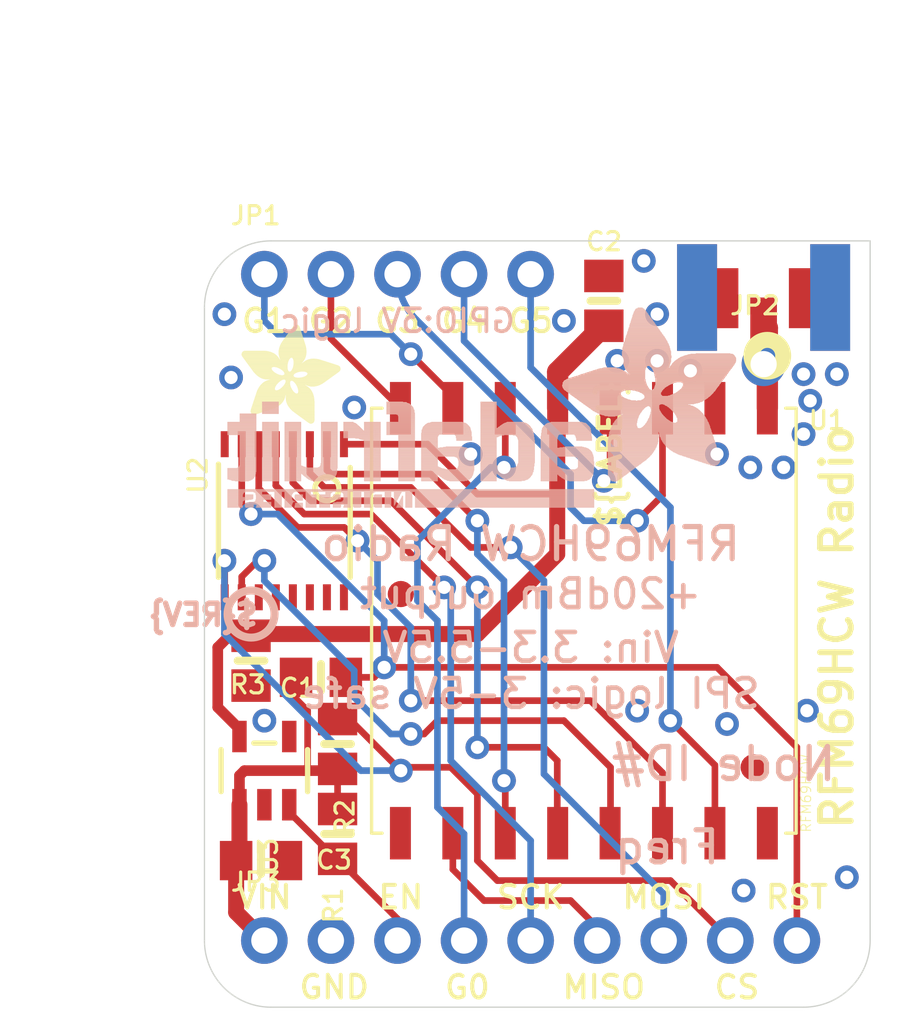
<source format=kicad_pcb>
(kicad_pcb (version 20240108) (generator "pcbnew") (generator_version "8.0")
  (layers (0 "F.Cu" signal) (31 "B.Cu" signal) (34 "B.Paste" user) (35 "F.Paste" user) (36 "B.SilkS" user "B.Silkscreen") (37 "F.SilkS" user "F.Silkscreen") (38 "B.Mask" user) (39 "F.Mask" user) (44 "Edge.Cuts" user))
  (net 0 "")
  (net 1 "GND")
  (net 2 "3.3V")
  (net 3 "RST_3V")
  (net 4 "MOSI_3V")
  (net 5 "SCK_3V")
  (net 6 "CS_3V")
  (net 7 "RST_5V")
  (net 8 "MOSI_5V")
  (net 9 "SCK_5V")
  (net 10 "CS_5V")
  (net 11 "VIN")
  (net 12 "MISO_3V")
  (net 13 "EN")
  (net 14 "N$1")
  (net 15 "DIO3")
  (net 16 "DIO0")
  (net 17 "DIO2")
  (net 18 "DIO1")
  (net 19 "DIO5")
  (net 20 "DIO4")
  (footprint "Adafruit RFM+LoRa Breakout:0805-NO" (layer "F.Cu") (at 140.8811 113.0046 -90)
    (property "Reference" "R1" (at 1.9685 0.5715 90) (layer "F.SilkS") (effects (font (size 0.692831 0.692831) (thickness 0.119969)) (justify right top)))
    (property "Value" "100K")
    (pad "1" smd rect (at -0.95 0 270) (size 1.24 1.5) (layers "F.Cu" "F.Paste" "F.Mask") (net 11 "VIN"))
    (pad "2" smd rect (at 0.95 0 270) (size 1.24 1.5) (layers "F.Cu" "F.Paste" "F.Mask") (net 13 "EN"))
  )
  (footprint "Adafruit RFM+LoRa Breakout:ADAFRUIT_3.5MM" (layer "F.Cu") (at 137.1981 97.3836)
    (property "Reference" "U$8" (hide yes))
    (property "Value" "" (hide yes))
  )
  (footprint "Adafruit RFM+LoRa Breakout:0805-NO" (layer "F.Cu") (at 137.9601 114.0206)
    (property "Reference" "C3" (at 2.032 0.381 0) (layer "F.SilkS") (effects (font (size 0.692831 0.692831) (thickness 0.119969)) (justify left bottom)))
    (property "Value" "10uF")
    (pad "1" smd rect (at -0.95 0) (size 1.24 1.5) (layers "F.Cu" "F.Paste" "F.Mask") (net 11 "VIN"))
    (pad "2" smd rect (at 0.95 0) (size 1.24 1.5) (layers "F.Cu" "F.Paste" "F.Mask") (net 1 "GND"))
  )
  (footprint "Adafruit RFM+LoRa Breakout:TSSOP16" (layer "F.Cu") (at 138.8491 101.0666 180)
    (property "Reference" "U2" (at 2.8956 0.9652 90) (layer "F.SilkS") (effects (font (size 0.692831 0.692831) (thickness 0.119969)) (justify left bottom)))
    (property "Value" "74HC4050D")
    (pad "1" smd rect (at -2.275 2.9178 180) (size 0.3048 0.9906) (layers "F.Cu" "F.Paste" "F.Mask") (net 2 "3.3V"))
    (pad "2" smd rect (at -1.625 2.9178 180) (size 0.3048 0.9906) (layers "F.Cu" "F.Paste" "F.Mask") (net 4 "MOSI_3V"))
    (pad "3" smd rect (at -0.975 2.9178 180) (size 0.3048 0.9906) (layers "F.Cu" "F.Paste" "F.Mask") (net 8 "MOSI_5V"))
    (pad "4" smd rect (at -0.325 2.9178 180) (size 0.3048 0.9906) (layers "F.Cu" "F.Paste" "F.Mask") (net 5 "SCK_3V"))
    (pad "5" smd rect (at 0.325 2.9178 180) (size 0.3048 0.9906) (layers "F.Cu" "F.Paste" "F.Mask") (net 9 "SCK_5V"))
    (pad "6" smd rect (at 0.975 2.9178 180) (size 0.3048 0.9906) (layers "F.Cu" "F.Paste" "F.Mask") (net 3 "RST_3V"))
    (pad "7" smd rect (at 1.625 2.9178 180) (size 0.3048 0.9906) (layers "F.Cu" "F.Paste" "F.Mask") (net 7 "RST_5V"))
    (pad "8" smd rect (at 2.275 2.9178 180) (size 0.3048 0.9906) (layers "F.Cu" "F.Paste" "F.Mask") (net 1 "GND"))
    (pad "9" smd rect (at 2.275 -2.9178 180) (size 0.3048 0.9906) (layers "F.Cu" "F.Paste" "F.Mask") (net 10 "CS_5V"))
    (pad "10" smd rect (at 1.625 -2.9178 180) (size 0.3048 0.9906) (layers "F.Cu" "F.Paste" "F.Mask") (net 6 "CS_3V"))
    (pad "11" smd rect (at 0.975 -2.9178 180) (size 0.3048 0.9906) (layers "F.Cu" "F.Paste" "F.Mask"))
    (pad "12" smd rect (at 0.325 -2.9178 180) (size 0.3048 0.9906) (layers "F.Cu" "F.Paste" "F.Mask"))
    (pad "13" smd rect (at -0.325 -2.9178 180) (size 0.3048 0.9906) (layers "F.Cu" "F.Paste" "F.Mask"))
    (pad "14" smd rect (at -0.975 -2.9178 180) (size 0.3048 0.9906) (layers "F.Cu" "F.Paste" "F.Mask"))
    (pad "15" smd rect (at -1.625 -2.9178 180) (size 0.3048 0.9906) (layers "F.Cu" "F.Paste" "F.Mask"))
    (pad "16" smd rect (at -2.275 -2.9178 180) (size 0.3048 0.9906) (layers "F.Cu" "F.Paste" "F.Mask"))
  )
  (footprint "Adafruit RFM+LoRa Breakout:0805-NO" (layer "F.Cu") (at 140.8811 109.5756 -90)
    (property "Reference" "R2" (at 2.032 0.127 90) (layer "F.SilkS") (effects (font (size 0.692831 0.692831) (thickness 0.119969)) (justify right top)))
    (property "Value" "100K")
    (pad "1" smd rect (at -0.95 0 270) (size 1.24 1.5) (layers "F.Cu" "F.Paste" "F.Mask") (net 10 "CS_5V"))
    (pad "2" smd rect (at 0.95 0 270) (size 1.24 1.5) (layers "F.Cu" "F.Paste" "F.Mask") (net 11 "VIN"))
  )
  (footprint "Adafruit RFM+LoRa Breakout:SOT23-5" (layer "F.Cu") (at 138.0871 110.5916)
    (property "Reference" "U3" (at -0.254 2.486 90) (layer "F.SilkS") (effects (font (size 0.692831 0.692831) (thickness 0.119969)) (justify right top)))
    (property "Value" "AP2112K-3.3")
    (pad "1" smd rect (at -0.95 1.3001) (size 0.55 1.2) (layers "F.Cu" "F.Paste" "F.Mask") (net 11 "VIN"))
    (pad "2" smd rect (at 0 1.3001) (size 0.55 1.2) (layers "F.Cu" "F.Paste" "F.Mask") (net 1 "GND"))
    (pad "3" smd rect (at 0.95 1.3001) (size 0.55 1.2) (layers "F.Cu" "F.Paste" "F.Mask") (net 13 "EN"))
    (pad "4" smd rect (at 0.95 -1.3001) (size 0.55 1.2) (layers "F.Cu" "F.Paste" "F.Mask"))
    (pad "5" smd rect (at -0.95 -1.3001) (size 0.55 1.2) (layers "F.Cu" "F.Paste" "F.Mask") (net 2 "3.3V"))
  )
  (footprint "Adafruit RFM+LoRa Breakout:1X05_ROUND_70" (layer "F.Cu") (at 143.1671 91.6686)
    (property "Reference" "JP1" (at -6.4262 -1.8288 0) (layer "F.SilkS") (effects (font (size 0.692831 0.692831) (thickness 0.119969)) (justify left bottom)))
    (property "Value" "")
    (pad "1" thru_hole circle (at -5.08 0 90) (size 1.778 1.778) (drill 1) (layers "*.Cu" "*.Mask") (net 18 "DIO1"))
    (pad "2" thru_hole circle (at -2.54 0 90) (size 1.778 1.778) (drill 1) (layers "*.Cu" "*.Mask") (net 17 "DIO2"))
    (pad "3" thru_hole circle (at 0 0 90) (size 1.778 1.778) (drill 1) (layers "*.Cu" "*.Mask") (net 15 "DIO3"))
    (pad "4" thru_hole circle (at 2.54 0 90) (size 1.778 1.778) (drill 1) (layers "*.Cu" "*.Mask") (net 20 "DIO4"))
    (pad "5" thru_hole circle (at 5.08 0 90) (size 1.778 1.778) (drill 1) (layers "*.Cu" "*.Mask") (net 19 "DIO5"))
  )
  (footprint "Adafruit RFM+LoRa Breakout:FIDUCIAL_1MM" (layer "F.Cu") (at 143.2941 103.8606 90)
    (property "Reference" "FID2" (hide yes))
    (property "Value" "FIDUCIAL\"\"" (hide yes))
    (pad "1" smd roundrect (at 0 0 90) (size 1 1) (layers "F.Cu" "F.Mask") (roundrect_rratio 0.5))
  )
  (footprint "Adafruit RFM+LoRa Breakout:0805-NO" (layer "F.Cu") (at 140.2461 107.0356 180)
    (property "Reference" "R3" (at 2.032 0.127 0) (layer "F.SilkS") (effects (font (size 0.692831 0.692831) (thickness 0.119969)) (justify right top)))
    (property "Value" "100K")
    (pad "1" smd rect (at -0.95 0 180) (size 1.24 1.5) (layers "F.Cu" "F.Paste" "F.Mask") (net 7 "RST_5V"))
    (pad "2" smd rect (at 0.95 0 180) (size 1.24 1.5) (layers "F.Cu" "F.Paste" "F.Mask") (net 11 "VIN"))
  )
  (footprint "Adafruit RFM+LoRa Breakout:SMA_EDGELAUNCH_UFL" (layer "F.Cu") (at 157.1371 90.5256 -90)
    (property "Reference" "X1" (hide yes))
    (property "Value" "uFL/SMA")
    (fp_poly (pts (xy 3.2004 3.2766) (xy 0.9144 3.2766) (xy 0.9144 0.9636) (xy 3.2004 0.9636)) (fill solid) (layer "F.Cu"))
    (fp_poly (pts (xy 3.2004 -0.9636) (xy 0.9144 -0.9636) (xy 0.9144 -3.2766) (xy 3.2004 -3.2766)) (fill solid) (layer "F.Cu"))
    (fp_text user "${LABEL}" (at 5.08 6.35 -90) (layer "F.SilkS") (effects (font (size 0.83312 0.83312) (thickness 0.18288)) (justify right top)))
    (pad "GND@1" smd rect (at 2.032 2.54) (size 1.524 4.064) (layers "F.Cu" "F.Mask") (net 1 "GND"))
    (pad "GND@2" smd rect (at 2.032 -2.54) (size 1.524 4.064) (layers "F.Cu" "F.Mask") (net 1 "GND"))
    (pad "GND@3" smd rect (at 2.032 -2.54) (size 1.524 4.064) (layers "B.Cu" "B.Mask") (net 1 "GND"))
    (pad "GND@4" smd rect (at 2.032 2.54) (size 1.524 4.064) (layers "B.Cu" "B.Mask") (net 1 "GND"))
    (pad "P" smd rect (at 3.048 0) (size 1.016 2.032) (layers "F.Cu" "F.Mask") (net 14 "N$1"))
  )
  (footprint "Adafruit RFM+LoRa Breakout:1X01_ROUND" (layer "F.Cu") (at 157.1371 95.0976)
    (property "Reference" "JP2" (at -1.3462 -1.8288 0) (layer "F.SilkS") (effects (font (size 0.692831 0.692831) (thickness 0.119969)) (justify left bottom)))
    (property "Value" "")
    (pad "1" thru_hole circle (at 0 0 90) (size 1.6764 1.6764) (drill 1) (layers "*.Cu" "*.Mask") (net 14 "N$1"))
  )
  (footprint "Adafruit RFM+LoRa Breakout:0805-NO" (layer "F.Cu") (at 137.5791 106.4006 -90)
    (property "Reference" "C1" (at 0.635 -2.54 0) (layer "F.SilkS") (effects (font (size 0.692831 0.692831) (thickness 0.119969)) (justify right top)))
    (property "Value" "10uF")
    (pad "1" smd rect (at -0.95 0 270) (size 1.24 1.5) (layers "F.Cu" "F.Paste" "F.Mask") (net 2 "3.3V"))
    (pad "2" smd rect (at 0.95 0 270) (size 1.24 1.5) (layers "F.Cu" "F.Paste" "F.Mask") (net 1 "GND"))
  )
  (footprint "Adafruit RFM+LoRa Breakout:0805-NO" (layer "F.Cu") (at 151.0411 92.6846 90)
    (property "Reference" "C2" (at 2.667 0.762 0) (layer "F.SilkS") (effects (font (size 0.692831 0.692831) (thickness 0.119969)) (justify right top)))
    (property "Value" "0.1uF")
    (pad "1" smd rect (at -0.95 0 90) (size 1.24 1.5) (layers "F.Cu" "F.Paste" "F.Mask") (net 2 "3.3V"))
    (pad "2" smd rect (at 0.95 0 90) (size 1.24 1.5) (layers "F.Cu" "F.Paste" "F.Mask") (net 1 "GND"))
  )
  (footprint "Adafruit RFM+LoRa Breakout:FIDUCIAL_1MM" (layer "F.Cu") (at 156.7561 110.4646 90)
    (property "Reference" "FID1" (hide yes))
    (property "Value" "FIDUCIAL\"\"" (hide yes))
    (pad "1" smd roundrect (at 0 0 90) (size 1 1) (layers "F.Cu" "F.Mask") (roundrect_rratio 0.5))
  )
  (footprint "Adafruit RFM+LoRa Breakout:RFMHCW_SMT" (layer "F.Cu") (at 150.2791 104.8766 90)
    (property "Reference" "U1" (at 7.23 8.51 0) (layer "F.SilkS") (effects (font (size 0.692831 0.692831) (thickness 0.119969)) (justify left bottom)))
    (property "Value" "RFM69HCW" (at -8.1 8.7 90) (layer "F.SilkS") (effects (font (size 0.369824 0.369824) (thickness 0.036576)) (justify left bottom)))
    (pad "1P" smd rect (at 8.1 7 270) (size 2 0.8) (layers "F.Cu" "F.Paste" "F.Mask") (net 14 "N$1"))
    (pad "2P" smd rect (at 8.1 5 270) (size 2 0.8) (layers "F.Cu" "F.Paste" "F.Mask") (net 1 "GND"))
    (pad "3P" smd rect (at 8.1 3 270) (size 2 0.8) (layers "F.Cu" "F.Paste" "F.Mask") (net 15 "DIO3"))
    (pad "4P" smd rect (at 8.1 1 270) (size 2 0.8) (layers "F.Cu" "F.Paste" "F.Mask") (net 20 "DIO4"))
    (pad "5P" smd rect (at 8.1 -1 270) (size 2 0.8) (layers "F.Cu" "F.Paste" "F.Mask") (net 2 "3.3V"))
    (pad "6P" smd rect (at 8.1 -3 270) (size 2 0.8) (layers "F.Cu" "F.Paste" "F.Mask") (net 16 "DIO0"))
    (pad "7P" smd rect (at 8.1 -5 270) (size 2 0.8) (layers "F.Cu" "F.Paste" "F.Mask") (net 18 "DIO1"))
    (pad "8P" smd rect (at 8.1 -7 270) (size 2 0.8) (layers "F.Cu" "F.Paste" "F.Mask") (net 17 "DIO2"))
    (pad "9P" smd rect (at -8.1 -7 90) (size 2 0.8) (layers "F.Cu" "F.Paste" "F.Mask") (net 1 "GND"))
    (pad "10P" smd rect (at -8.1 -5 90) (size 2 0.8) (layers "F.Cu" "F.Paste" "F.Mask") (net 12 "MISO_3V"))
    (pad "11P" smd rect (at -8.1 -3 90) (size 2 0.8) (layers "F.Cu" "F.Paste" "F.Mask") (net 4 "MOSI_3V"))
    (pad "12P" smd rect (at -8.1 -1 90) (size 2 0.8) (layers "F.Cu" "F.Paste" "F.Mask") (net 5 "SCK_3V"))
    (pad "13P" smd rect (at -8.1 1 90) (size 2 0.8) (layers "F.Cu" "F.Paste" "F.Mask") (net 6 "CS_3V"))
    (pad "14P" smd rect (at -8.1 3 90) (size 2 0.8) (layers "F.Cu" "F.Paste" "F.Mask") (net 3 "RST_3V"))
    (pad "15P" smd rect (at -8.1 5 90) (size 2 0.8) (layers "F.Cu" "F.Paste" "F.Mask") (net 19 "DIO5"))
    (pad "16P" smd rect (at -8.1 7 90) (size 2 0.8) (layers "F.Cu" "F.Paste" "F.Mask") (net 1 "GND"))
  )
  (footprint "Adafruit RFM+LoRa Breakout:1X09_ROUND_70" (layer "F.Cu") (at 148.2471 117.0686)
    (property "Reference" "JP3" (at -11.5062 -1.8288 0) (layer "F.SilkS") (effects (font (size 0.692831 0.692831) (thickness 0.119969)) (justify left bottom)))
    (property "Value" "")
    (pad "1" thru_hole circle (at -10.16 0 90) (size 1.778 1.778) (drill 1) (layers "*.Cu" "*.Mask") (net 11 "VIN"))
    (pad "2" thru_hole circle (at -7.62 0 90) (size 1.778 1.778) (drill 1) (layers "*.Cu" "*.Mask") (net 1 "GND"))
    (pad "3" thru_hole circle (at -5.08 0 90) (size 1.778 1.778) (drill 1) (layers "*.Cu" "*.Mask") (net 13 "EN"))
    (pad "4" thru_hole circle (at -2.54 0 90) (size 1.778 1.778) (drill 1) (layers "*.Cu" "*.Mask") (net 16 "DIO0"))
    (pad "5" thru_hole circle (at 0 0 90) (size 1.778 1.778) (drill 1) (layers "*.Cu" "*.Mask") (net 9 "SCK_5V"))
    (pad "6" thru_hole circle (at 2.54 0 90) (size 1.778 1.778) (drill 1) (layers "*.Cu" "*.Mask") (net 12 "MISO_3V"))
    (pad "7" thru_hole circle (at 5.08 0 90) (size 1.778 1.778) (drill 1) (layers "*.Cu" "*.Mask") (net 8 "MOSI_5V"))
    (pad "8" thru_hole circle (at 7.62 0 90) (size 1.778 1.778) (drill 1) (layers "*.Cu" "*.Mask") (net 10 "CS_5V"))
    (pad "9" thru_hole circle (at 10.16 0 90) (size 1.778 1.778) (drill 1) (layers "*.Cu" "*.Mask") (net 7 "RST_5V"))
  )
  (footprint "Adafruit RFM+LoRa Breakout:PCBFEAT-REV-040" (layer "B.Cu") (at 137.5791 104.6226 180)
    (property "Reference" "U$14" (hide yes))
    (property "Value" "" (hide yes))
    (fp_text user "${REV}" (at -0.3556 -0.508 0) (layer "B.SilkS") (effects (font (size 0.8128 0.8128) (thickness 0.2032)) (justify left bottom mirror)))
  )
  (footprint "Adafruit RFM+LoRa Breakout:ADAFRUIT_TEXT_20MM" (layer "B.Cu") (at 156.2481 100.5586 180)
    (property "Reference" "U$19" (hide yes))
    (property "Value" "" (hide yes))
  )
  (gr_line (start 161.2011 90.3986) (end 161.2011 117.0686) (stroke (width 0.05)) (layer "Edge.Cuts"))
  (gr_arc (start 138.3411 119.6086) (mid 136.545049 118.864651) (end 135.8011 117.0686) (stroke (width 0.05)) (layer "Edge.Cuts"))
  (gr_line (start 135.8011 117.0686) (end 135.8011 92.9386) (stroke (width 0.05)) (layer "Edge.Cuts"))
  (gr_line (start 158.6611 119.6086) (end 138.3411 119.6086) (stroke (width 0.05)) (layer "Edge.Cuts"))
  (gr_line (start 138.3411 90.3986) (end 161.2011 90.3986) (stroke (width 0.05)) (layer "Edge.Cuts"))
  (gr_arc (start 135.8011 92.9386) (mid 136.545049 91.142549) (end 138.3411 90.3986) (stroke (width 0.05)) (layer "Edge.Cuts"))
  (gr_arc (start 161.2011 117.0686) (mid 160.457151 118.864651) (end 158.6611 119.6086) (stroke (width 0.05)) (layer "Edge.Cuts"))
  (gr_text "Freq" (at 153.4541 113.5126 0) (layer "B.SilkS") (effects (font (size 1.223264 1.223264) (thickness 0.199136)) (justify mirror)))
  (gr_text "+20dBm output" (at 148.2471 103.8606 0) (layer "B.SilkS") (effects (font (size 1.0922 1.0922) (thickness 0.1778)) (justify mirror)))
  (gr_text "Node ID#" (at 155.6131 110.3376 0) (layer "B.SilkS") (effects (font (size 1.223264 1.223264) (thickness 0.199136)) (justify mirror)))
  (gr_text "GPIO:3V logic" (at 143.1671 93.4466 0) (layer "B.SilkS") (effects (font (size 0.87376 0.87376) (thickness 0.14224)) (justify mirror)))
  (gr_text "Vin: 3.3-5.5V\nSPI logic: 3-5V safe" (at 148.2471 106.7816 0) (layer "B.SilkS") (effects (font (size 1.0922 1.0922) (thickness 0.1778)) (justify mirror)))
  (gr_text "RFM69HCW Radio" (at 148.2471 101.9556 0) (layer "B.SilkS") (effects (font (size 1.223264 1.223264) (thickness 0.199136)) (justify mirror)))
  (gr_text "EN" (at 143.2941 115.4176 0) (layer "F.SilkS") (effects (font (size 0.8636 0.8636) (thickness 0.1524))))
  (gr_text "SCK" (at 148.2471 115.4176 0) (layer "F.SilkS") (effects (font (size 0.8636 0.8636) (thickness 0.1524))))
  (gr_text "CS" (at 156.1211 118.8466 0) (layer "F.SilkS") (effects (font (size 0.8636 0.8636) (thickness 0.1524))))
  (gr_text "MOSI" (at 153.3271 115.4176 0) (layer "F.SilkS") (effects (font (size 0.8636 0.8636) (thickness 0.1524))))
  (gr_text "VIN" (at 138.0871 115.4176 0) (layer "F.SilkS") (effects (font (size 0.8636 0.8636) (thickness 0.1524))))
  (gr_text "G1" (at 138.0871 93.4466 0) (layer "F.SilkS") (effects (font (size 0.8636 0.8636) (thickness 0.1524))))
  (gr_text "G4" (at 145.7071 93.4466 0) (layer "F.SilkS") (effects (font (size 0.8636 0.8636) (thickness 0.1524))))
  (gr_text "G2" (at 140.6271 93.4466 0) (layer "F.SilkS") (effects (font (size 0.8636 0.8636) (thickness 0.1524))))
  (gr_text "RST" (at 158.4071 115.4176 0) (layer "F.SilkS") (effects (font (size 0.8636 0.8636) (thickness 0.1524))))
  (gr_text "G0" (at 145.8341 118.8466 0) (layer "F.SilkS") (effects (font (size 0.8636 0.8636) (thickness 0.1524))))
  (gr_text "RFM69HCW Radio" (at 159.9311 105.1306 90) (layer "F.SilkS") (effects (font (size 1.17348 1.17348) (thickness 0.22352))))
  (gr_text "MISO" (at 151.0411 118.8466 0) (layer "F.SilkS") (effects (font (size 0.8636 0.8636) (thickness 0.1524))))
  (gr_text "GND" (at 140.7541 118.8466 0) (layer "F.SilkS") (effects (font (size 0.8636 0.8636) (thickness 0.1524))))
  (gr_text "G3" (at 143.1671 93.4466 0) (layer "F.SilkS") (effects (font (size 0.8636 0.8636) (thickness 0.1524))))
  (gr_text "G5" (at 148.2471 93.4466 0) (layer "F.SilkS") (effects (font (size 0.8636 0.8636) (thickness 0.1524))))
  (segment (start 138.0871 111.8917) (end 138.0871 111.9886) (width 0.4064) (layer "F.Cu") (net 1))
  (via (at 158.9151 96.4946) (size 0.9064) (drill 0.5) (layers "F.Cu" "B.Cu") (net 1))
  (via (at 152.5651 91.1606) (size 0.9064) (drill 0.5) (layers "F.Cu" "B.Cu") (net 1))
  (via (at 159.9311 95.4786) (size 0.9064) (drill 0.5) (layers "F.Cu" "B.Cu") (net 1))
  (via (at 153.0731 94.9706) (size 0.9064) (drill 0.5) (layers "F.Cu" "B.Cu") (net 1))
  (via (at 152.3111 108.3056) (size 0.9064) (drill 0.5) (layers "F.Cu" "B.Cu") (net 1))
  (via (at 153.0731 93.1926) (size 0.9064) (drill 0.5) (layers "F.Cu" "B.Cu") (net 1))
  (via (at 158.6611 95.4786) (size 0.9064) (drill 0.5) (layers "F.Cu" "B.Cu") (net 1))
  (via (at 155.7401 108.8136) (size 0.9064) (drill 0.5) (layers "F.Cu" "B.Cu") (net 1))
  (via (at 136.5631 93.1926) (size 0.9064) (drill 0.5) (layers "F.Cu" "B.Cu") (net 1))
  (via (at 157.8991 99.0346) (size 0.9064) (drill 0.5) (layers "F.Cu" "B.Cu") (net 1))
  (via (at 156.6291 99.0346) (size 0.9064) (drill 0.5) (layers "F.Cu" "B.Cu") (net 1))
  (via (at 154.3431 95.3516) (size 0.9064) (drill 0.5) (layers "F.Cu" "B.Cu") (net 1))
  (via (at 141.5161 96.7486) (size 0.9064) (drill 0.5) (layers "F.Cu" "B.Cu") (net 1))
  (via (at 149.5171 93.4466) (size 0.9064) (drill 0.5) (layers "F.Cu" "B.Cu") (net 1))
  (via (at 138.0871 108.6866) (size 0.9064) (drill 0.5) (layers "F.Cu" "B.Cu") (net 1))
  (via (at 158.6611 97.7646) (size 0.9064) (drill 0.5) (layers "F.Cu" "B.Cu") (net 1))
  (via (at 151.5491 94.9706) (size 0.9064) (drill 0.5) (layers "F.Cu" "B.Cu") (net 1))
  (via (at 155.3591 98.5266) (size 0.9064) (drill 0.5) (layers "F.Cu" "B.Cu") (net 1))
  (via (at 156.3751 115.1636) (size 0.9064) (drill 0.5) (layers "F.Cu" "B.Cu") (net 1))
  (via (at 158.7881 108.3056) (size 0.9064) (drill 0.5) (layers "F.Cu" "B.Cu") (net 1))
  (via (at 145.9611 98.5266) (size 0.9064) (drill 0.5) (layers "F.Cu" "B.Cu") (net 1))
  (via (at 160.3121 114.6556) (size 0.9064) (drill 0.5) (layers "F.Cu" "B.Cu") (net 1))
  (via (at 136.8171 95.6056) (size 0.9064) (drill 0.5) (layers "F.Cu" "B.Cu") (net 1))
  (segment (start 137.6401 105.4506) (end 137.7061 105.3846) (width 0.4064) (layer "F.Cu") (net 2))
  (segment (start 149.2791 98.0026) (end 149.2791 96.7766) (width 0.6096) (layer "F.Cu") (net 2))
  (segment (start 137.5791 105.4506) (end 137.6401 105.4506) (width 0.4064) (layer "F.Cu") (net 2))
  (segment (start 137.3251 105.3846) (end 137.7061 105.3846) (width 0.6096) (layer "F.Cu") (net 2))
  (segment (start 137.7061 105.3846) (end 138.0871 105.3846) (width 0.6096) (layer "F.Cu") (net 2))
  (segment (start 137.1371 109.0066) (end 136.3091 108.1786) (width 0.4064) (layer "F.Cu") (net 2))
  (segment (start 146.2151 105.3846) (end 149.2631 102.3366) (width 0.6096) (layer "F.Cu") (net 2))
  (segment (start 138.0871 105.3846) (end 146.2151 105.3846) (width 0.6096) (layer "F.Cu") (net 2))
  (segment (start 137.1371 109.2915) (end 137.1371 109.0066) (width 0.4064) (layer "F.Cu") (net 2))
  (segment (start 136.8171 105.3846) (end 137.7061 105.3846) (width 0.4064) (layer "F.Cu") (net 2))
  (segment (start 149.2791 96.7766) (end 149.2791 95.3966) (width 0.8128) (layer "F.Cu") (net 2))
  (segment (start 149.2791 95.3966) (end 151.0411 93.6346) (width 0.8128) (layer "F.Cu") (net 2))
  (segment (start 136.3091 105.8926) (end 136.8171 105.3846) (width 0.4064) (layer "F.Cu") (net 2))
  (segment (start 144.3133 98.1488) (end 146.2151 100.0506) (width 0.254) (layer "F.Cu") (net 2))
  (segment (start 141.1241 98.1488) (end 144.3133 98.1488) (width 0.254) (layer "F.Cu") (net 2))
  (segment (start 136.3091 108.1786) (end 136.3091 105.8926) (width 0.4064) (layer "F.Cu") (net 2))
  (segment (start 149.2631 102.3366) (end 149.2631 100.0506) (width 0.6096) (layer "F.Cu") (net 2))
  (segment (start 146.2151 100.0506) (end 149.2631 100.0506) (width 0.254) (layer "F.Cu") (net 2))
  (segment (start 149.2631 96.7926) (end 149.2791 96.7766) (width 0.6096) (layer "F.Cu") (net 2))
  (segment (start 149.2631 100.0506) (end 149.2631 96.7926) (width 0.6096) (layer "F.Cu") (net 2))
  (segment (start 153.2791 112.9766) (end 153.2791 110.6706) (width 0.254) (layer "F.Cu") (net 3))
  (segment (start 137.8741 98.1488) (end 137.8741 99.8376) (width 0.254) (layer "F.Cu") (net 3))
  (segment (start 141.1351 101.3206) (end 141.6431 101.8286) (width 0.254) (layer "F.Cu") (net 3))
  (segment (start 150.5331 107.9246) (end 143.6751 107.9246) (width 0.254) (layer "F.Cu") (net 3))
  (segment (start 137.8741 99.8376) (end 139.3571 101.3206) (width 0.254) (layer "F.Cu") (net 3))
  (segment (start 139.3571 101.3206) (end 141.1351 101.3206) (width 0.254) (layer "F.Cu") (net 3))
  (segment (start 153.2791 110.6706) (end 150.5331 107.9246) (width 0.254) (layer "F.Cu") (net 3))
  (via (at 141.6431 101.8286) (size 0.9064) (drill 0.5) (layers "F.Cu" "B.Cu") (net 3))
  (via (at 143.6751 107.9246) (size 0.9064) (drill 0.5) (layers "F.Cu" "B.Cu") (net 3))
  (segment (start 143.6751 107.9246) (end 143.6751 105.1306) (width 0.254) (layer "B.Cu") (net 3))
  (segment (start 142.4051 103.8606) (end 142.4051 102.5906) (width 0.254) (layer "B.Cu") (net 3))
  (segment (start 142.4051 102.5906) (end 141.6431 101.8286) (width 0.254) (layer "B.Cu") (net 3))
  (segment (start 143.6751 105.1306) (end 142.4051 103.8606) (width 0.254) (layer "B.Cu") (net 3))
  (segment (start 140.6271 99.2886) (end 144.4371 99.2886) (width 0.254) (layer "F.Cu") (net 4))
  (segment (start 147.2311 110.9726) (end 147.2791 111.0206) (width 0.254) (layer "F.Cu") (net 4))
  (segment (start 147.2791 111.0206) (end 147.2791 112.9766) (width 0.254) (layer "F.Cu") (net 4))
  (segment (start 140.4741 99.1356) (end 140.6271 99.2886) (width 0.254) (layer "F.Cu") (net 4))
  (segment (start 144.4371 99.2886) (end 146.2151 101.0666) (width 0.254) (layer "F.Cu") (net 4))
  (segment (start 140.4741 98.1488) (end 140.4741 99.1356) (width 0.254) (layer "F.Cu") (net 4))
  (via (at 147.2311 110.9726) (size 0.9064) (drill 0.5) (layers "F.Cu" "B.Cu") (net 4))
  (via (at 146.2151 101.0666) (size 0.9064) (drill 0.5) (layers "F.Cu" "B.Cu") (net 4))
  (segment (start 146.2151 102.3366) (end 146.2151 101.0666) (width 0.254) (layer "B.Cu") (net 4))
  (segment (start 147.2311 103.3526) (end 146.2151 102.3366) (width 0.254) (layer "B.Cu") (net 4))
  (segment (start 147.2311 103.3526) (end 147.2311 110.9726) (width 0.254) (layer "B.Cu") (net 4))
  (segment (start 142.9131 100.3046) (end 146.2151 103.6066) (width 0.254) (layer "F.Cu") (net 5))
  (segment (start 149.2631 112.9606) (end 149.2791 112.9766) (width 0.254) (layer "F.Cu") (net 5))
  (segment (start 146.2151 109.7026) (end 148.7551 109.7026) (width 0.254) (layer "F.Cu") (net 5))
  (segment (start 139.8651 100.3046) (end 142.9131 100.3046) (width 0.254) (layer "F.Cu") (net 5))
  (segment (start 139.1741 98.1488) (end 139.1741 99.6136) (width 0.254) (layer "F.Cu") (net 5))
  (segment (start 149.2631 110.2106) (end 149.2631 112.9606) (width 0.254) (layer "F.Cu") (net 5))
  (segment (start 139.1741 99.6136) (end 139.8651 100.3046) (width 0.254) (layer "F.Cu") (net 5))
  (segment (start 148.7551 109.7026) (end 149.2631 110.2106) (width 0.254) (layer "F.Cu") (net 5))
  (via (at 146.2151 103.6066) (size 0.9064) (drill 0.5) (layers "F.Cu" "B.Cu") (net 5))
  (via (at 146.2151 109.7026) (size 0.9064) (drill 0.5) (layers "F.Cu" "B.Cu") (net 5))
  (segment (start 146.2151 103.6066) (end 146.2151 109.7026) (width 0.254) (layer "B.Cu") (net 5))
  (segment (start 137.2241 103.1996) (end 137.8331 102.5906) (width 0.254) (layer "F.Cu") (net 6))
  (segment (start 149.5171 108.6866) (end 151.2951 110.4646) (width 0.254) (layer "F.Cu") (net 6))
  (segment (start 151.2951 112.9606) (end 151.2791 112.9766) (width 0.254) (layer "F.Cu") (net 6))
  (segment (start 144.1831 109.1946) (end 144.6911 108.6866) (width 0.254) (layer "F.Cu") (net 6))
  (segment (start 143.6751 109.1946) (end 144.1831 109.1946) (width 0.254) (layer "F.Cu") (net 6))
  (segment (start 151.2951 110.4646) (end 151.2951 112.9606) (width 0.254) (layer "F.Cu") (net 6))
  (segment (start 137.8331 102.5906) (end 138.0871 102.5906) (width 0.254) (layer "F.Cu") (net 6))
  (segment (start 137.2241 103.9844) (end 137.2241 103.1996) (width 0.254) (layer "F.Cu") (net 6))
  (segment (start 144.6911 108.6866) (end 149.5171 108.6866) (width 0.254) (layer "F.Cu") (net 6))
  (via (at 138.0871 102.5906) (size 0.9064) (drill 0.5) (layers "F.Cu" "B.Cu") (net 6))
  (via (at 143.6751 109.1946) (size 0.9064) (drill 0.5) (layers "F.Cu" "B.Cu") (net 6))
  (segment (start 141.5161 106.7816) (end 141.5161 107.7976) (width 0.254) (layer "B.Cu") (net 6))
  (segment (start 142.9131 109.1946) (end 143.6751 109.1946) (width 0.254) (layer "B.Cu") (net 6))
  (segment (start 138.0871 103.3526) (end 141.5161 106.7816) (width 0.254) (layer "B.Cu") (net 6))
  (segment (start 141.5161 107.7976) (end 142.9131 109.1946) (width 0.254) (layer "B.Cu") (net 6))
  (segment (start 138.0871 102.5906) (end 138.0871 103.3526) (width 0.254) (layer "B.Cu") (net 6))
  (segment (start 141.1961 107.0356) (end 142.2781 107.0356) (width 0.254) (layer "F.Cu") (net 7))
  (segment (start 142.2781 107.0356) (end 142.6591 106.6546) (width 0.254) (layer "F.Cu") (net 7))
  (segment (start 137.2241 100.4576) (end 137.5791 100.8126) (width 0.254) (layer "F.Cu") (net 7))
  (segment (start 155.3591 106.6546) (end 158.4071 109.7026) (width 0.254) (layer "F.Cu") (net 7))
  (segment (start 137.2241 98.1488) (end 137.2241 100.4576) (width 0.254) (layer "F.Cu") (net 7))
  (segment (start 142.6591 106.6546) (end 155.3591 106.6546) (width 0.254) (layer "F.Cu") (net 7))
  (segment (start 158.4071 109.7026) (end 158.4071 117.0686) (width 0.254) (layer "F.Cu") (net 7))
  (via (at 137.5791 100.8126) (size 0.9064) (drill 0.5) (layers "F.Cu" "B.Cu") (net 7))
  (via (at 142.6591 106.6546) (size 0.9064) (drill 0.5) (layers "F.Cu" "B.Cu") (net 7))
  (segment (start 142.6591 104.8766) (end 142.6591 106.6546) (width 0.254) (layer "B.Cu") (net 7))
  (segment (start 138.5951 100.8126) (end 142.6591 104.8766) (width 0.254) (layer "B.Cu") (net 7))
  (segment (start 137.5791 100.8126) (end 138.5951 100.8126) (width 0.254) (layer "B.Cu") (net 7))
  (segment (start 139.8241 99.2476) (end 140.3731 99.7966) (width 0.254) (layer "F.Cu") (net 8))
  (segment (start 139.8241 98.1488) (end 139.8241 99.2476) (width 0.254) (layer "F.Cu") (net 8))
  (segment (start 140.3731 99.7966) (end 143.6751 99.7966) (width 0.254) (layer "F.Cu") (net 8))
  (segment (start 145.9611 102.0826) (end 147.4851 102.0826) (width 0.254) (layer "F.Cu") (net 8))
  (segment (start 143.6751 99.7966) (end 145.9611 102.0826) (width 0.254) (layer "F.Cu") (net 8))
  (via (at 147.4851 102.0826) (size 0.9064) (drill 0.5) (layers "F.Cu" "B.Cu") (net 8))
  (segment (start 153.3271 115.2906) (end 148.7551 110.7186) (width 0.254) (layer "B.Cu") (net 8))
  (segment (start 148.7551 103.3526) (end 147.4851 102.0826) (width 0.254) (layer "B.Cu") (net 8))
  (segment (start 153.3271 117.0686) (end 153.3271 115.2906) (width 0.254) (layer "B.Cu") (net 8))
  (segment (start 148.7551 110.7186) (end 148.7551 103.3526) (width 0.254) (layer "B.Cu") (net 8))
  (segment (start 139.6111 100.8126) (end 142.1511 100.8126) (width 0.254) (layer "F.Cu") (net 9))
  (segment (start 138.5241 99.7256) (end 139.6111 100.8126) (width 0.254) (layer "F.Cu") (net 9))
  (segment (start 142.1511 100.8126) (end 144.9451 103.6066) (width 0.254) (layer "F.Cu") (net 9))
  (segment (start 138.5241 98.1488) (end 138.5241 99.7256) (width 0.254) (layer "F.Cu") (net 9))
  (via (at 144.9451 103.6066) (size 0.9064) (drill 0.5) (layers "F.Cu" "B.Cu") (net 9))
  (segment (start 145.1991 103.8606) (end 145.1991 110.2106) (width 0.254) (layer "B.Cu") (net 9))
  (segment (start 148.2471 113.2586) (end 148.2471 117.0686) (width 0.254) (layer "B.Cu") (net 9))
  (segment (start 144.9451 103.6066) (end 145.1991 103.8606) (width 0.254) (layer "B.Cu") (net 9))
  (segment (start 145.1991 110.2106) (end 148.2471 113.2586) (width 0.254) (layer "B.Cu") (net 9))
  (segment (start 143.2941 110.5916) (end 143.4211 110.4646) (width 0.254) (layer "F.Cu") (net 10))
  (segment (start 141.3281 108.6256) (end 140.8811 108.6256) (width 0.254) (layer "F.Cu") (net 10))
  (segment (start 136.5741 103.9844) (end 136.5741 102.6016) (width 0.254) (layer "F.Cu") (net 10))
  (segment (start 153.5811 114.7826) (end 146.9771 114.7826) (width 0.254) (layer "F.Cu") (net 10))
  (segment (start 146.9771 114.7826) (end 146.2151 114.0206) (width 0.254) (layer "F.Cu") (net 10))
  (segment (start 155.8671 117.0686) (end 153.5811 114.7826) (width 0.254) (layer "F.Cu") (net 10))
  (segment (start 146.2151 114.0206) (end 146.2151 111.4806) (width 0.254) (layer "F.Cu") (net 10))
  (segment (start 145.1991 110.4646) (end 143.4211 110.4646) (width 0.254) (layer "F.Cu") (net 10))
  (segment (start 146.2151 111.4806) (end 145.1991 110.4646) (width 0.254) (layer "F.Cu") (net 10))
  (segment (start 143.2941 110.5916) (end 141.3281 108.6256) (width 0.254) (layer "F.Cu") (net 10))
  (segment (start 136.5741 102.6016) (end 136.5631 102.5906) (width 0.254) (layer "F.Cu") (net 10))
  (via (at 136.5631 102.5906) (size 0.9064) (drill 0.5) (layers "F.Cu" "B.Cu") (net 10))
  (via (at 143.2941 110.5916) (size 0.9064) (drill 0.5) (layers "F.Cu" "B.Cu") (net 10))
  (segment (start 136.5631 102.5906) (end 136.5631 105.3846) (width 0.254) (layer "B.Cu") (net 10))
  (segment (start 136.5631 105.3846) (end 141.7701 110.5916) (width 0.254) (layer "B.Cu") (net 10))
  (segment (start 141.7701 110.5916) (end 143.2941 110.5916) (width 0.254) (layer "B.Cu") (net 10))
  (segment (start 139.7381 108.3056) (end 139.7381 110.4646) (width 0.254) (layer "F.Cu") (net 11))
  (segment (start 139.7381 110.4646) (end 139.6111 110.5916) (width 0.254) (layer "F.Cu") (net 11))
  (segment (start 139.6111 110.5916) (end 140.8151 110.5916) (width 0.4064) (layer "F.Cu") (net 11))
  (segment (start 140.8811 110.5256) (end 140.8811 112.0546) (width 0.254) (layer "F.Cu") (net 11))
  (segment (start 139.2961 107.0356) (end 139.2961 107.8636) (width 0.254) (layer "F.Cu") (net 11))
  (segment (start 138.0871 117.0686) (end 137.0101 115.9916) (width 0.6096) (layer "F.Cu") (net 11))
  (segment (start 137.3251 110.5916) (end 139.6111 110.5916) (width 0.4064) (layer "F.Cu") (net 11))
  (segment (start 137.1371 113.8936) (end 137.1371 111.8917) (width 0.6096) (layer "F.Cu") (net 11))
  (segment (start 137.0101 115.9916) (end 137.0101 114.0206) (width 0.6096) (layer "F.Cu") (net 11))
  (segment (start 137.1371 111.8917) (end 137.1371 110.7796) (width 0.4064) (layer "F.Cu") (net 11))
  (segment (start 137.0101 114.0206) (end 137.1371 113.8936) (width 0.6096) (layer "F.Cu") (net 11))
  (segment (start 139.2961 107.8636) (end 139.7381 108.3056) (width 0.254) (layer "F.Cu") (net 11))
  (segment (start 140.8151 110.5916) (end 140.8811 110.5256) (width 0.4064) (layer "F.Cu") (net 11))
  (segment (start 137.1371 110.7796) (end 137.3251 110.5916) (width 0.4064) (layer "F.Cu") (net 11))
  (segment (start 145.2791 114.3546) (end 146.4691 115.5446) (width 0.254) (layer "F.Cu") (net 12))
  (segment (start 149.7711 115.5446) (end 150.7871 116.5606) (width 0.254) (layer "F.Cu") (net 12))
  (segment (start 146.4691 115.5446) (end 149.7711 115.5446) (width 0.254) (layer "F.Cu") (net 12))
  (segment (start 150.7871 116.5606) (end 150.7871 117.0686) (width 0.254) (layer "F.Cu") (net 12))
  (segment (start 145.2791 112.9766) (end 145.2791 114.3546) (width 0.254) (layer "F.Cu") (net 12))
  (segment (start 139.0371 112.1766) (end 139.0371 111.8917) (width 0.254) (layer "F.Cu") (net 13))
  (segment (start 143.1671 116.2406) (end 140.8811 113.9546) (width 0.254) (layer "F.Cu") (net 13))
  (segment (start 140.8151 113.9546) (end 139.0371 112.1766) (width 0.254) (layer "F.Cu") (net 13))
  (segment (start 143.1671 117.0686) (end 143.1671 116.2406) (width 0.254) (layer "F.Cu") (net 13))
  (segment (start 140.8811 113.9546) (end 140.8151 113.9546) (width 0.254) (layer "F.Cu") (net 13))
  (segment (start 157.2791 96.7766) (end 157.2791 93.7156) (width 0.8128) (layer "F.Cu") (net 14))
  (segment (start 157.1371 95.0976) (end 157.1371 93.5736) (width 0.4064) (layer "F.Cu") (net 14))
  (segment (start 157.2791 93.7156) (end 157.1371 93.5736) (width 0.8128) (layer "F.Cu") (net 14))
  (segment (start 152.3111 101.0666) (end 153.2791 100.0986) (width 0.254) (layer "F.Cu") (net 15))
  (segment (start 153.2791 100.0986) (end 153.2791 96.7766) (width 0.254) (layer "F.Cu") (net 15))
  (via (at 152.3111 101.0666) (size 0.9064) (drill 0.5) (layers "F.Cu" "B.Cu") (net 15))
  (segment (start 149.7711 99.2886) (end 149.7711 100.5586) (width 0.254) (layer "B.Cu") (net 15))
  (segment (start 149.7711 100.5586) (end 150.2791 101.0666) (width 0.254) (layer "B.Cu") (net 15))
  (segment (start 143.885521 93.403022) (end 149.7711 99.2886) (width 0.254) (layer "B.Cu") (net 15))
  (segment (start 150.2791 101.0666) (end 152.3111 101.0666) (width 0.254) (layer "B.Cu") (net 15))
  (arc (start 143.1671 91.6686) (mid 143.353811 92.607263) (end 143.885521 93.403022) (width 0.254) (layer "B.Cu") (net 15))
  (segment (start 147.2791 98.9866) (end 147.2791 96.7766) (width 0.254) (layer "F.Cu") (net 16))
  (segment (start 147.2311 99.0346) (end 147.2791 98.9866) (width 0.254) (layer "F.Cu") (net 16))
  (via (at 147.2311 99.0346) (size 0.9064) (drill 0.5) (layers "F.Cu" "B.Cu") (net 16))
  (segment (start 147.2311 99.0346) (end 146.7231 99.0346) (width 0.254) (layer "B.Cu") (net 16))
  (segment (start 144.6911 104.8766) (end 144.6911 111.9886) (width 0.254) (layer "B.Cu") (net 16))
  (segment (start 146.7231 99.0346) (end 143.9291 101.8286) (width 0.254) (layer "B.Cu") (net 16))
  (segment (start 143.9291 104.1146) (end 144.6911 104.8766) (width 0.254) (layer "B.Cu") (net 16))
  (segment (start 144.6911 111.9886) (end 145.7071 113.0046) (width 0.254) (layer "B.Cu") (net 16))
  (segment (start 145.7071 113.0046) (end 145.7071 117.0686) (width 0.254) (layer "B.Cu") (net 16))
  (segment (start 143.9291 101.8286) (end 143.9291 104.1146) (width 0.254) (layer "B.Cu") (net 16))
  (segment (start 140.6271 94.1246) (end 143.2791 96.7766) (width 0.254) (layer "F.Cu") (net 17))
  (segment (start 140.6271 91.6686) (end 140.6271 94.1246) (width 0.254) (layer "F.Cu") (net 17))
  (segment (start 143.6751 94.7166) (end 145.2791 96.3206) (width 0.254) (layer "F.Cu") (net 18))
  (segment (start 145.2791 96.3206) (end 145.2791 96.7766) (width 0.254) (layer "F.Cu") (net 18))
  (via (at 143.6751 94.7166) (size 0.9064) (drill 0.5) (layers "F.Cu" "B.Cu") (net 18))
  (segment (start 138.0871 93.4466) (end 138.5951 93.9546) (width 0.254) (layer "B.Cu") (net 18))
  (segment (start 138.0871 91.6686) (end 138.0871 93.4466) (width 0.254) (layer "B.Cu") (net 18))
  (segment (start 138.5951 93.9546) (end 142.9131 93.9546) (width 0.254) (layer "B.Cu") (net 18))
  (segment (start 142.9131 93.9546) (end 143.6751 94.7166) (width 0.254) (layer "B.Cu") (net 18))
  (segment (start 153.5811 108.6866) (end 155.2791 110.3846) (width 0.254) (layer "F.Cu") (net 19))
  (segment (start 155.2791 110.3846) (end 155.2791 112.9766) (width 0.254) (layer "F.Cu") (net 19))
  (via (at 153.5811 108.6866) (size 0.9064) (drill 0.5) (layers "F.Cu" "B.Cu") (net 19))
  (segment (start 153.5811 100.5586) (end 153.5811 108.6866) (width 0.254) (layer "B.Cu") (net 19))
  (segment (start 148.2471 95.2246) (end 153.5811 100.5586) (width 0.254) (layer "B.Cu") (net 19))
  (segment (start 148.2471 91.6686) (end 148.2471 95.2246) (width 0.254) (layer "B.Cu") (net 19))
  (segment (start 151.2791 99.3046) (end 151.2791 96.7766) (width 0.254) (layer "F.Cu") (net 20))
  (segment (start 151.0411 99.5426) (end 151.2791 99.3046) (width 0.254) (layer "F.Cu") (net 20))
  (via (at 151.0411 99.5426) (size 0.9064) (drill 0.5) (layers "F.Cu" "B.Cu") (net 20))
  (segment (start 145.7071 91.6686) (end 145.7071 94.2086) (width 0.254) (layer "B.Cu") (net 20))
  (segment (start 145.7071 94.2086) (end 151.0411 99.5426) (width 0.254) (layer "B.Cu") (net 20))
)
</source>
